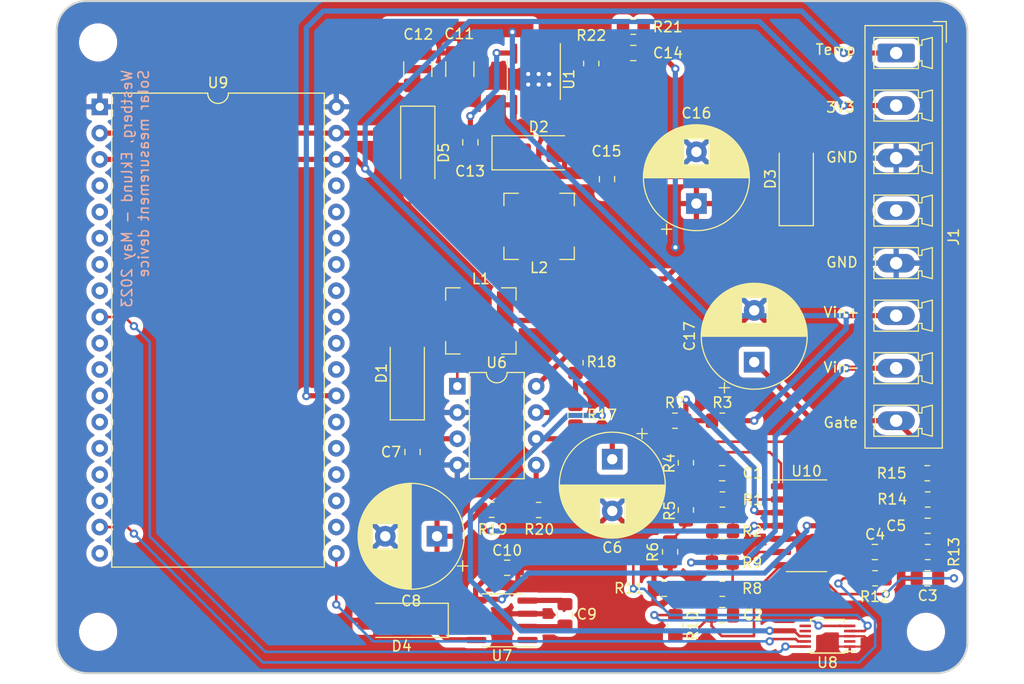
<source format=kicad_pcb>
(kicad_pcb (version 20221018) (generator pcbnew)
  (layers (0 "F.Cu" signal) (31 "B.Cu" signal) (34 "B.Paste" user) (35 "F.Paste" user) (36 "B.SilkS" user "B.Silkscreen") (37 "F.SilkS" user "F.Silkscreen") (38 "B.Mask" user) (39 "F.Mask" user) (44 "Edge.Cuts" user))
  (net 0 "")
  (net 1 "Net-(U10A--)")
  (net 2 "Net-(C1-Pad2)")
  (net 3 "Net-(U10B--)")
  (net 4 "Net-(C2-Pad2)")
  (net 5 "Net-(U10C-+)")
  (net 6 "Net-(C4-Pad1)")
  (net 7 "Net-(C5-Pad2)")
  (net 8 "3V3")
  (net 9 "Net-(U6-TC)")
  (net 10 "Net-(U7-CAP+)")
  (net 11 "Net-(U7-CAP-)")
  (net 12 "R-")
  (net 13 "Vin+")
  (net 14 "/100to5/Vout")
  (net 15 "Net-(D1-A)")
  (net 16 "/12to-12/Vin")
  (net 17 "/12to-12/Vout")
  (net 18 "Net-(U1-BST)")
  (net 19 "Net-(U1-FB)")
  (net 20 "R+")
  (net 21 "Net-(U1-DIM)")
  (net 22 "Net-(U6-Ipk)")
  (net 23 "Net-(U10A-+)")
  (net 24 "Vvpv'")
  (net 25 "Vipv")
  (net 26 "Net-(U9-PWM)")
  (net 27 "Net-(R14-Pad2)")
  (net 28 "gate")
  (net 29 "Net-(U6-DC)")
  (net 30 "Net-(U6-Vfb)")
  (net 35 "temp")
  (net 37 "Net-(U8-SDA)")
  (net 38 "Net-(U8-SCL)")
  (net 39 "Net-(U10C--)")
  (net 40 "Net-(U10D-+)")
  (net 41 "middle")
  (net 43 "Net-(D5-K)")
  (footprint "Connector_Phoenix_MC_HighVoltage:PhoenixContact_MCV_1,5_8-G-5.08_1x08_P5.08mm_Vertical" (layer "F.Cu") (at 198.12 65.024 -90)
    (fp_text reference "J1")
    (fp_text value "Conn_01x08_Pin")
  )
  (footprint "Resistor_SMD:R_0805_2012Metric_Pad1.20x1.40mm_HandSolder" (layer "F.Cu") (at 172.72 62.484 180)
    (fp_text reference "R21")
    (fp_text value "R" hide)
  )
  (footprint "Capacitor_SMD:C_1210_3225Metric_Pad1.33x2.70mm_HandSolder" (layer "F.Cu") (at 151.892 66.5865 90)
    (fp_text reference "C12")
    (fp_text value "C" hide)
  )
  (footprint "Capacitor_SMD:C_0805_2012Metric_Pad1.18x1.45mm_HandSolder" (layer "F.Cu") (at 181.3185 119.38 180)
    (fp_text reference "C2")
    (fp_text value "C" hide)
  )
  (footprint "Capacitor_SMD:C_0805_2012Metric_Pad1.18x1.45mm_HandSolder" (layer "F.Cu") (at 156.972 73.66 90)
    (fp_text reference "C13")
    (fp_text value "C" hide)
  )
  (footprint "Resistor_SMD:R_0805_2012Metric_Pad1.20x1.40mm_HandSolder" (layer "F.Cu") (at 201.125 105.664)
    (fp_text reference "R15")
    (fp_text value "R" hide)
  )
  (footprint "Inductor_SMD:L_Bourns-SRN6028" (layer "F.Cu") (at 157.988 90.932)
    (fp_text reference "L1")
    (fp_text value "L")
  )
  (footprint "Resistor_SMD:R_0805_2012Metric_Pad1.20x1.40mm_HandSolder" (layer "F.Cu") (at 201.168 113.284)
    (fp_text reference "R13")
    (fp_text value "R" hide)
  )
  (footprint "Capacitor_SMD:C_0805_2012Metric_Pad1.18x1.45mm_HandSolder" (layer "F.Cu") (at 172.72 65.024 180)
    (fp_text reference "C14")
    (fp_text value "C" hide)
  )
  (footprint "Capacitor_THT:CP_Radial_D10.0mm_P5.00mm" (layer "F.Cu") (at 184.404 94.916 90)
    (fp_text reference "C17")
    (fp_text value "C_Polarized_US")
  )
  (footprint "Resistor_SMD:R_0805_2012Metric_Pad1.20x1.40mm_HandSolder" (layer "F.Cu") (at 181.3505 111.252)
    (fp_text reference "R2")
    (fp_text value "R" hide)
  )
  (footprint "Resistor_SMD:R_0805_2012Metric_Pad1.20x1.40mm_HandSolder" (layer "F.Cu") (at 181.3185 100.584 180)
    (fp_text reference "R3")
    (fp_text value "R" hide)
  )
  (footprint "Resistor_SMD:R_0805_2012Metric_Pad1.20x1.40mm_HandSolder" (layer "F.Cu") (at 167.132 100.0545 -90)
    (fp_text reference "R17")
    (fp_text value "R" hide)
  )
  (footprint "Capacitor_THT:CP_Radial_D10.0mm_P5.00mm" (layer "F.Cu") (at 170.688 104.312323 -90)
    (fp_text reference "C6")
    (fp_text value "C_Polarized_US")
  )
  (footprint "Diode_SMD:D_SMA_Handsoldering" (layer "F.Cu") (at 151.892 74.676 -90)
    (fp_text reference "D5")
    (fp_text value "D_Schottky")
  )
  (footprint "Resistor_SMD:R_0805_2012Metric_Pad1.20x1.40mm_HandSolder" (layer "F.Cu") (at 163.576 109.22)
    (fp_text reference "R20")
    (fp_text value "R" hide)
  )
  (footprint "Resistor_SMD:R_0805_2012Metric_Pad1.20x1.40mm_HandSolder" (layer "F.Cu") (at 177.8 104.648 90)
    (fp_text reference "R4")
    (fp_text value "R" hide)
  )
  (footprint "Diode_SMD:D_SMA_Handsoldering" (layer "F.Cu") (at 150.328 119.888 180)
    (fp_text reference "D4")
    (fp_text value "D_Zener")
  )
  (footprint "Capacitor_SMD:C_1210_3225Metric_Pad1.33x2.70mm_HandSolder" (layer "F.Cu") (at 155.956 66.5865 -90)
    (fp_text reference "C11")
    (fp_text value "C" hide)
  )
  (footprint "Resistor_SMD:R_0805_2012Metric_Pad1.20x1.40mm_HandSolder" (layer "F.Cu") (at 196.088 115.824)
    (fp_text reference "R12")
    (fp_text value "R" hide)
  )
  (footprint "Capacitor_SMD:C_0805_2012Metric_Pad1.18x1.45mm_HandSolder" (layer "F.Cu") (at 151.384 103.6105 90)
    (fp_text reference "C7")
    (fp_text value "C" hide)
  )
  (footprint "Resistor_SMD:R_0805_2012Metric_Pad1.20x1.40mm_HandSolder" (layer "F.Cu") (at 176.276 113.268 90)
    (fp_text reference "R6")
    (fp_text value "R" hide)
  )
  (footprint "Diode_SMD:D_SMA_Handsoldering" (layer "F.Cu") (at 188.468 77.216 90)
    (fp_text reference "D3")
    (fp_text value "D_Zener")
  )
  (footprint "Resistor_SMD:R_0805_2012Metric_Pad1.20x1.40mm_HandSolder" (layer "F.Cu") (at 177.8 109.22 90)
    (fp_text reference "R5")
    (fp_text value "R" hide)
  )
  (footprint "Capacitor_SMD:C_0805_2012Metric_Pad1.18x1.45mm_HandSolder" (layer "F.Cu") (at 201.168 110.744)
    (fp_text reference "C5")
    (fp_text value "C" hide)
  )
  (footprint "Resistor_SMD:R_0805_2012Metric_Pad1.20x1.40mm_HandSolder" (layer "F.Cu") (at 176.784 120.396 -90)
    (fp_text reference "R10")
    (fp_text value "R" hide)
  )
  (footprint "Capacitor_SMD:C_0805_2012Metric_Pad1.18x1.45mm_HandSolder" (layer "F.Cu") (at 166.116 119.3585 90)
    (fp_text reference "C9")
    (fp_text value "C" hide)
  )
  (footprint "MountingHole:MountingHole_3.2mm_M3" (layer "F.Cu") (at 201 121)
    (fp_text reference "REF**" hide)
    (fp_text value "MountingHole_3.2mm_M3")
  )
  (footprint "Diode_SMD:D_SMA_Handsoldering" (layer "F.Cu") (at 150.876 95.9905 90)
    (fp_text reference "D1")
    (fp_text value "D_Schottky")
  )
  (footprint "Package_SO:TSSOP-10_3x3mm_P0.5mm" (layer "F.Cu") (at 191.484 121.428 180)
    (fp_text reference "U8")
    (fp_text value "ADS1015IDGS")
  )
  (footprint "MountingHole:MountingHole_3.2mm_M3" (layer "F.Cu") (at 121 64)
    (fp_text reference "REF**" hide)
    (fp_text value "MountingHole_3.2mm_M3")
  )
  (footprint "Capacitor_THT:CP_Radial_D10.0mm_P5.00mm" (layer "F.Cu") (at 153.751677 111.76 180)
    (fp_text reference "C8")
    (fp_text value "C_Polarized_US")
  )
  (footprint "Capacitor_SMD:C_0805_2012Metric_Pad1.18x1.45mm_HandSolder" (layer "F.Cu") (at 170.18 77.216 -90)
    (fp_text reference "C15")
    (fp_text value "C" hide)
  )
  (footprint "Resistor_SMD:R_0805_2012Metric_Pad1.20x1.40mm_HandSolder" (layer "F.Cu") (at 175.7145 116.84)
    (fp_text reference "R11")
    (fp_text value "R" hide)
  )
  (footprint "Package_SO:SOIC-8_3.9x4.9mm_P1.27mm" (layer "F.Cu") (at 160.02 119.888 180)
    (fp_text reference "U7")
    (fp_text value "ICL7660")
  )
  (footprint "Capacitor_SMD:C_0805_2012Metric_Pad1.18x1.45mm_HandSolder" (layer "F.Cu") (at 196.0665 113.284 180)
    (fp_text reference "C4")
    (fp_text value "C" hide)
  )
  (footprint "Resistor_SMD:R_0805_2012Metric_Pad1.20x1.40mm_HandSolder" (layer "F.Cu") (at 176.7465 100.584 180)
    (fp_text reference "R7")
    (fp_text value "R" hide)
  )
  (footprint "projektlib:ttgo" (layer "F.Cu") (at 121.158 70.231)
    (fp_text reference "U9")
    (fp_text value "~")
  )
  (footprint "Resistor_SMD:R_0805_2012Metric_Pad1.20x1.40mm_HandSolder" (layer "F.Cu") (at 181.3185 114.3)
    (fp_text reference "R9")
    (fp_text value "R" hide)
  )
  (footprint "Resistor_SMD:R_0805_2012Metric_Pad1.20x1.40mm_HandSolder" (layer "F.Cu") (at 181.3345 108.204 180)
    (fp_text reference "R1")
    (fp_text value "R" hide)
  )
  (footprint "Resistor_SMD:R_0805_2012Metric_Pad1.20x1.40mm_HandSolder" (layer "F.Cu") (at 201.168 108.204 180)
    (fp_text reference "R14")
    (fp_text value "R" hide)
  )
  (footprint "Resistor_SMD:R_0805_2012Metric_Pad1.20x1.40mm_HandSolder" (layer "F.Cu") (at 181.3185 116.84)
    (fp_text reference "R8")
    (fp_text value "R" hide)
  )
  (footprint "Resistor_SMD:R_0805_2012Metric_Pad1.20x1.40mm_HandSolder" (layer "F.Cu") (at 167.132 94.9745 -90)
    (fp_text reference "R18")
    (fp_text value "R" hide)
  )
  (footprint "Package_SO:SOIC-14_3.9x8.7mm_P1.27mm" (layer "F.Cu") (at 189.4625 110.744)
    (fp_text reference "U10")
    (fp_text value "LM324")
  )
  (footprint "Capacitor_SMD:C_0805_2012Metric_Pad1.18x1.45mm_HandSolder" (layer "F.Cu") (at 160.528 114.808)
    (fp_text reference "C10")
    (fp_text value "C" hide)
  )
  (footprint "Capacitor_SMD:C_0805_2012Metric_Pad1.18x1.45mm_HandSolder" (layer "F.Cu") (at 201.1465 115.824 180)
    (fp_text reference "C3")
    (fp_text value "C" hide)
  )
  (footprint "Capacitor_THT:CP_Radial_D10.0mm_P5.00mm" (layer "F.Cu") (at 178.816 79.583677 90)
    (fp_text reference "C16")
    (fp_text value "C_Polarized_US")
  )
  (footprint "Package_DIP:DIP-8_W7.62mm" (layer "F.Cu") (at 155.712 97.249)
    (fp_text reference "U6")
    (fp_text value "MC34063AP")
  )
  (footprint "Package_SO:SOIC-8_3.9x4.9mm_P1.27mm" (layer "F.Cu") (at 163.108 67.564 -90)
    (fp_text reference "U1")
    (fp_text value "MP9486")
  )
  (footprint "Resistor_SMD:R_0805_2012Metric_Pad1.20x1.40mm_HandSolder" (layer "F.Cu") (at 159.036 109.1985 180)
    (fp_text reference "R19")
    (fp_text value "R" hide)
  )
  (footprint "MountingHole:MountingHole_3.2mm_M3" (layer "F.Cu") (at 121 121)
    (fp_text reference "REF**" hide)
    (fp_text value "MountingHole_3.2mm_M3")
  )
  (footprint "Capacitor_SMD:C_0805_2012Metric_Pad1.18x1.45mm_HandSolder" (layer "F.Cu") (at 181.313 105.664 180)
    (fp_text reference "C1")
    (fp_text value "C" hide)
  )
  (footprint "Inductor_SMD:L_Bourns-SRN6028" (layer "F.Cu") (at 163.616 81.788)
    (fp_text reference "L2")
    (fp_text value "L")
  )
  (footprint "Resistor_SMD:R_0805_2012Metric_Pad1.20x1.40mm_HandSolder" (layer "F.Cu") (at 168.656 66.04 -90)
    (fp_text reference "R22")
    (fp_text value "R" hide)
  )
  (footprint "Diode_SMD:D_SMA_Handsoldering" (layer "F.Cu") (at 163.576 74.676)
    (fp_text reference "D2")
    (fp_text value "D_Schottky")
  )
  (gr_line (start 120 60) (end 202 60) (stroke (width 0.2)) (layer "Edge.Cuts"))
  (gr_arc (start 120 125) (mid 117.878679 124.121321) (end 117 122) (stroke (width 0.2)) (layer "Edge.Cuts"))
  (gr_line (start 202 125) (end 120 125) (stroke (width 0.2)) (layer "Edge.Cuts"))
  (gr_arc (start 117 63) (mid 117.839539 60.839539) (end 120 60) (stroke (width 0.2)) (layer "Edge.Cuts"))
  (gr_line (start 205 63) (end 205 122) (stroke (width 0.2)) (layer "Edge.Cuts"))
  (gr_arc (start 202 60) (mid 204.121321 60.878679) (end 205 63) (stroke (width 0.2)) (layer "Edge.Cuts"))
  (gr_line (start 117 122) (end 117 63) (stroke (width 0.2)) (layer "Edge.Cuts"))
  (gr_arc (start 205 122) (mid 204.121321 124.121321) (end 202 125) (stroke (width 0.2)) (layer "Edge.Cuts"))
  (gr_text "Westberg, Eklund - May 2023\nSolar measurement device" (at 125.984 66.548 90) (layer "B.SilkS") (effects (font (size 1 1)) (justify left bottom mirror)))
  (gr_text "GND" (at 191.262 85.852) (layer "F.SilkS") (effects (font (size 1 1)) (justify left bottom)))
  (gr_text "Vin-" (at 191.008 96.012) (layer "F.SilkS") (effects (font (size 1 1)) (justify left bottom)))
  (gr_text "Temp" (at 190.246 65.278) (layer "F.SilkS") (effects (font (size 1 1)) (justify left bottom)))
  (gr_text "Vin+" (at 191.008 90.678) (layer "F.SilkS") (effects (font (size 1 1)) (justify left bottom)))
  (gr_text "3V3" (at 191.262 70.866) (layer "F.SilkS") (effects (font (size 1 1)) (justify left bottom)))
  (gr_text "GND" (at 191.262 75.692) (layer "F.SilkS") (effects (font (size 1 1)) (justify left bottom)))
  (gr_text "Gate" (at 191.008 101.346) (layer "F.SilkS") (effects (font (size 1 1)) (justify left bottom)))
  (segment (start 186.9875 108.204) (end 182.3345 108.204) (width 0.25) (layer "F.Cu") (net 1))
  (segment (start 182.3505 108.22) (end 182.3345 108.204) (width 0.25) (layer "F.Cu") (net 1))
  (segment (start 182.3345 111.236) (end 182.3505 111.252) (width 0.25) (layer "F.Cu") (net 1))
  (segment (start 182.3505 108.188) (end 182.3345 108.204) (width 0.25) (layer "F.Cu") (net 1))
  (segment (start 182.3345 108.204) (end 182.3345 111.236) (width 0.25) (layer "F.Cu") (net 1))
  (segment (start 182.3505 105.664) (end 182.3505 108.188) (width 0.25) (layer "F.Cu") (net 1))
  (segment (start 180.2755 105.664) (end 177.816 105.664) (width 0.25) (layer "F.Cu") (net 2))
  (segment (start 177.816 105.664) (end 177.8 105.648) (width 0.25) (layer "F.Cu") (net 2))
  (segment (start 180.8265 103.632) (end 180.2755 104.183) (width 0.25) (layer "F.Cu") (net 2))
  (segment (start 186.9875 104.713) (end 185.9065 103.632) (width 0.25) (layer "F.Cu") (net 2))
  (segment (start 180.2755 104.183) (end 180.2755 105.664) (width 0.25) (layer "F.Cu") (net 2))
  (segment (start 186.9875 106.934) (end 186.9875 104.713) (width 0.25) (layer "F.Cu") (net 2))
  (segment (start 185.9065 103.632) (end 180.8265 103.632) (width 0.25) (layer "F.Cu") (net 2))
  (segment (start 182.3185 114.3) (end 183.8745 114.3) (width 0.25) (layer "F.Cu") (net 3))
  (segment (start 182.3185 114.3) (end 182.3185 119.3425) (width 0.25) (layer "F.Cu") (net 3))
  (segment (start 182.3185 119.3425) (end 182.356 119.38) (width 0.25) (layer "F.Cu") (net 3))
  (segment (start 183.8745 114.3) (end 184.8905 113.284) (width 0.25) (layer "F.Cu") (net 3))
  (segment (start 184.8905 113.284) (end 186.9875 113.284) (width 0.25) (layer "F.Cu") (net 3))
  (segment (start 180.281 119.38) (end 178.265 121.396) (width 0.25) (layer "F.Cu") (net 4))
  (segment (start 181.2595 121.412) (end 180.281 120.4335) (width 0.25) (layer "F.Cu") (net 4))
  (segment (start 186.9875 114.554) (end 184.3825 117.159) (width 0.25) (layer "F.Cu") (net 4))
  (segment (start 180.281 119.38) (end 180.281 120.4335) (width 0.25) (layer "F.Cu") (net 4))
  (segment (start 184.3825 117.159) (end 184.3825 121.412) (width 0.25) (layer "F.Cu") (net 4))
  (segment (start 184.3825 121.412) (end 181.2595 121.412) (width 0.25) (layer "F.Cu") (net 4))
  (segment (start 178.265 121.396) (end 176.784 121.396) (width 0.25) (layer "F.Cu") (net 4))
  (segment (start 203.708 115.824) (end 202.184 115.824) (width 0.25) (layer "F.Cu") (net 5))
  (segment (start 190.001305 114.82661) (end 190.001305 112.766695) (width 0.25) (layer "F.Cu") (net 5))
  (segment (start 202.168 115.808) (end 202.168 113.284) (width 0.25) (layer "F.Cu") (net 5))
  (segment (start 192.526994 117.352299) (end 190.001305 114.82661) (width 0.25) (layer "F.Cu") (net 5))
  (segment (start 190.001305 112.766695) (end 190.754 112.014) (width 0.25) (layer "F.Cu") (net 5))
  (segment (start 197.099701 117.352299) (end 192.526994 117.352299) (width 0.25) (layer "F.Cu") (net 5))
  (segment (start 190.754 112.014) (end 191.9375 112.014) (width 0.25) (layer "F.Cu") (net 5))
  (segment (start 202.184 115.824) (end 202.168 115.808) (width 0.25) (layer "F.Cu") (net 5))
  (segment (start 197.104 117.348) (end 197.099701 117.352299) (width 0.25) (layer "F.Cu") (net 5))
  (via (at 203.708 115.824) (size 0.8) (drill 0.4) (layers "F.Cu" "B.Cu") (net 5))
  (via (at 197.104 117.348) (size 0.8) (drill 0.4) (layers "F.Cu" "B.Cu") (net 5))
  (segment (start 198.628 115.824) (end 203.708 115.824) (width 0.25) (layer "B.Cu") (net 5))
  (segment (start 197.104 117.348) (end 198.628 115.824) (width 0.25) (layer "B.Cu") (net 5))
  (segment (start 197.104 113.284) (end 200.168 113.284) (width 0.25) (layer "F.Cu") (net 6))
  (segment (start 197.088 115.824) (end 197.088 113.3) (width 0.25) (layer "F.Cu") (net 6))
  (segment (start 197.088 113.3) (end 197.104 113.284) (width 0.25) (layer "F.Cu") (net 6))
  (segment (start 202.168 108.204) (end 202.168 110.7065) (width 0.25) (layer "F.Cu") (net 7))
  (segment (start 202.168 110.7065) (end 202.2055 110.744) (width 0.25) (layer "F.Cu") (net 7))
  (segment (start 188.779396 121.428) (end 189.468 121.428) (width 0.25) (layer "F.Cu") (net 8))
  (segment (start 167.132 101.0545) (end 165.8575 102.329) (width 0.5) (layer "F.Cu") (net 8))
  (segment (start 169.672 100.076) (end 169.672 100.584) (width 0.5) (layer "F.Cu") (net 8))
  (segment (start 169.672 100.584) (end 169.2015 101.0545) (width 0.5) (layer "F.Cu") (net 8))
  (segment (start 121.158 75.311) (end 144.018 75.311) (width 0.5) (layer "F.Cu") (net 8))
  (segment (start 188.255396 120.904) (end 188.779396 121.428) (width 0.25) (layer "F.Cu") (net 8))
  (segment (start 169.2015 101.0545) (end 167.132 101.0545) (width 0.5) (layer "F.Cu") (net 8))
  (segment (start 170.688 101.6) (end 170.688 104.312323) (width 0.5) (layer "F.Cu") (net 8))
  (segment (start 145.923 75.311) (end 144.013 75.311) (width 0.5) (layer "F.Cu") (net 8))
  (segment (start 146.812 76.2) (end 145.923 75.311) (width 0.5) (layer "F.Cu") (net 8))
  (segment (start 169.672 100.584) (end 170.688 101.6) (width 0.5) (layer "F.Cu") (net 8))
  (segment (start 185.896 120.904) (end 188.255396 120.904) (width 0.5) (layer "F.Cu") (net 8))
  (segment (start 198.12 70.104) (end 193.04 70.104) (width 0.5) (layer "F.Cu") (net 8))
  (segment (start 165.8575 102.329) (end 163.332 102.329) (width 0.5) (layer "F.Cu") (net 8))
  (via (at 146.812 76.2) (size 0.8) (drill 0.4) (layers "F.Cu" "B.Cu") (net 8))
  (via (at 193.04 70.104) (size 0.8) (drill 0.4) (layers "F.Cu" "B.Cu") (net 8))
  (via (at 185.896 120.904) (size 0.8) (drill 0.4) (layers "F.Cu" "B.Cu") (net 8))
  (via (at 169.672 100.076) (size 0.8) (drill 0.4) (layers "F.Cu" "B.Cu") (net 8))
  (segment (start 156.972 116.010082) (end 156.972 109.461233) (width 0.5) (layer "B.Cu") (net 8))
  (segment (start 166.357233 100.076) (end 169.672 100.076) (width 0.5) (layer "B.Cu") (net 8))
  (segment (start 193.04 70.104) (end 184.912 61.976) (width 0.5) (layer "B.Cu") (net 8))
  (segment (start 146.812 72.009) (end 146.812 76.2) (width 0.5) (layer "B.Cu") (net 8))
  (segment (start 161.865918 120.904) (end 156.972 116.010082) (width 0.5) (layer "B.Cu") (net 8))
  (segment (start 156.845 61.976) (end 146.812 72.009) (width 0.5) (layer "B.Cu") (net 8))
  (segment (start 185.896 120.904) (end 161.865918 120.904) (width 0.5) (layer "B.Cu") (net 8))
  (segment (start 184.912 61.976) (end 156.845 61.976) (width 0.5) (layer "B.Cu") (net 8))
  (segment (start 156.972 109.461233) (end 166.357233 100.076) (width 0.5) (layer "B.Cu") (net 8))
  (segment (start 169.672 99.06) (end 169.672 100.076) (width 0.5) (layer "B.Cu") (net 8))
  (segment (start 146.812 76.2) (end 169.672 99.06) (width 0.5) (layer "B.Cu") (net 8))
  (segment (start 151.628 102.329) (end 151.384 102.573) (width 0.25) (layer "F.Cu") (net 9))
  (segment (start 155.712 102.329) (end 151.628 102.329) (width 0.5) (layer "F.Cu") (net 9))
  (segment (start 162.43 120.5015) (end 166.0105 120.5015) (width 0.5) (layer "F.Cu") (net 10))
  (segment (start 166.0105 118.9775) (end 166.116 118.872) (width 0.25) (layer "F.Cu") (net 11))
  (segment (start 162.43 117.9615) (end 165.7565 117.9615) (width 0.5) (layer "F.Cu") (net 11))
  (segment (start 165.7565 117.9615) (end 166.116 118.321) (width 0.5) (layer "F.Cu") (net 11))
  (segment (start 180.3185 110.776) (end 180.3505 110.744) (width 0.2) (layer "F.Cu") (net 12))
  (segment (start 180.3185 114.3) (end 180.3185 111.284) (width 0.2) (layer "F.Cu") (net 12))
  (segment (start 178.308 114.3) (end 180.3185 114.3) (width 0.5) (layer "F.Cu") (net 12))
  (segment (start 193.294 95.504) (end 198.12 95.504) (width 0.5) (layer "F.Cu") (net 12))
  (via (at 193.294 95.504) (size 0.8) (drill 0.4) (layers "F.Cu" "B.Cu") (net 12))
  (via (at 178.308 114.3) (size 0.8) (drill 0.4) (layers "F.Cu" "B.Cu") (net 12))
  (segment (start 183.388 114.3) (end 178.308 114.3) (width 0.5) (layer "B.Cu") (net 12))
  (segment (start 186.436 102.108) (end 186.436 111.252) (width 0.5) (layer "B.Cu") (net 12))
  (segment (start 193.294 95.504) (end 193.04 95.504) (width 0.5) (layer "B.Cu") (net 12))
  (segment (start 186.436 111.252) (end 183.388 114.3) (width 0.5) (layer "B.Cu") (net 12))
  (segment (start 193.04 95.504) (end 186.436 102.108) (width 0.5) (layer "B.Cu") (net 12))
  (segment (start 193.294 90.424) (end 198.12 90.424) (width 0.5) (layer "F.Cu") (net 13))
  (segment (start 182.3185 100.584) (end 184.404 100.584) (width 0.5) (layer "F.Cu") (net 13))
  (via (at 184.404 100.584) (size 0.8) (drill 0.4) (layers "F.Cu" "B.Cu") (net 13))
  (via (at 161.036 62.992) (size 0.8) (drill 0.4) (layers "F.Cu" "B.Cu") (net 13))
  (via (at 193.294 90.424) (size 0.8) (drill 0.4) (layers "F.Cu" "B.Cu") (net 13))
  (segment (start 193.294 90.424) (end 179.959 90.424) (width 0.5) (layer "B.Cu") (net 13))
  (segment (start 193.294 90.424) (end 193.294 91.694) (width 0.5) (layer "B.Cu") (net 13))
  (segment (start 193.294 91.694) (end 184.404 100.584) (width 0.5) (layer "B.Cu") (net 13))
  (segment (start 161.036 71.501) (end 161.036 62.992) (width 0.5) (layer "B.Cu") (net 13))
  (segment (start 179.959 90.424) (end 161.036 71.501) (width 0.5) (layer "B.Cu") (net 13))
  (segment (start 151.892 77.176) (end 151.892 79.248) (width 0.5) (layer "F.Cu") (net 14))
  (segment (start 175.768 86.868) (end 178.816 83.82) (width 0.5) (layer "F.Cu") (net 14))
  (segment (start 173.7575 65.024) (end 175.26 65.024) (width 0.5) (layer "F.Cu") (net 14))
  (segment (start 159.512 86.868) (end 175.768 86.868) (width 0.5) (layer "F.Cu") (net 14))
  (segment (start 175.26 65.024) (end 176.784 66.548) (width 0.5) (layer "F.Cu") (net 14))
  (segment (start 173.72 62.484) (end 173.72 64.9865) (width 0.5) (layer "F.Cu") (net 14))
  (segment (start 151.892 79.248) (end 159.512 86.868) (width 0.5) (layer "F.Cu") (net 14))
  (segment (start 178.816 83.82) (end 178.816 83.312) (width 0.5) (layer "F.Cu") (net 14))
  (via (at 176.788299 83.82) (size 0.8) (drill 0.4) (layers "F.Cu" "B.Cu") (net 14))
  (via (at 176.784 66.548) (size 0.8) (drill 0.4) (layers "F.Cu" "B.Cu") (net 14))
  (segment (start 176.784 83.815701) (end 176.788299 83.82) (width 0.25) (layer "B.Cu") (net 14))
  (segment (start 176.784 66.548) (end 176.784 83.815701) (width 0.5) (layer "B.Cu") (net 14))
  (segment (start 153.4345 90.932) (end 155.638 90.932) (width 0.5) (layer "F.Cu") (net 15))
  (segment (start 150.876 93.4905) (end 153.4345 90.932) (width 0.5) (layer "F.Cu") (net 15))
  (segment (start 155.712 91.006) (end 155.638 90.932) (width 0.25) (layer "F.Cu") (net 15))
  (segment (start 155.712 97.249) (end 155.712 91.006) (width 0.25) (layer "F.Cu") (net 15))
  (segment (start 153.751677 118.964323) (end 152.828 119.888) (width 0.5) (layer "F.Cu") (net 16))
  (segment (start 155.4745 111.76) (end 153.751677 111.76) (width 0.5) (layer "F.Cu") (net 16))
  (segment (start 157.988 109.2465) (end 158.036 109.1985) (width 0.25) (layer "F.Cu") (net 16))
  (segment (start 152.828 119.888) (end 152.4 119.46) (width 0.25) (layer "F.Cu") (net 16))
  (segment (start 186.9875 110.744) (end 187.9385 110.744) (width 0.25) (layer "F.Cu") (net 16))
  (segment (start 153.751677 111.76) (end 153.751677 118.964323) (width 0.5) (layer "F.Cu") (net 16))
  (segment (start 186.9875 110.744) (end 184.404 110.744) (width 0.5) (layer "F.Cu") (net 16))
  (segment (start 154.7115 121.7715) (end 152.828 119.888) (width 0.5) (layer "F.Cu") (net 16))
  (segment (start 149.86 106.172) (end 153.416 106.172) (width 0.5) (layer "F.Cu") (net 16))
  (segment (start 157.48 121.7715) (end 154.7115 121.7715) (width 0.5) (layer "F.Cu") (net 16))
  (segment (start 150.876 98.4905) (end 148.844 100.5225) (width 0.5) (layer "F.Cu") (net 16))
  (segment (start 148.844 105.156) (end 149.86 106.172) (width 0.5) (layer "F.Cu") (net 16))
  (segment (start 158.496 111.252) (end 157.988 110.744) (width 0.5) (layer "F.Cu") (net 16))
  (segment (start 153.751677 106.507677) (end 153.751677 111.76) (width 0.5) (layer "F.Cu") (net 16))
  (segment (start 158.036 109.1985) (end 155.4745 111.76) (width 0.5) (layer "F.Cu") (net 16))
  (segment (start 153.416 106.172) (end 153.751677 106.507677) (width 0.5) (layer "F.Cu") (net 16))
  (segment (start 159.004 111.252) (end 158.496 111.252) (width 0.5) (layer "F.Cu") (net 16))
  (segment (start 157.988 110.744) (end 157.988 109.2465) (width 0.5) (layer "F.Cu") (net 16))
  (segment (start 148.844 100.5225) (end 148.844 105.156) (width 0.5) (layer "F.Cu") (net 16))
  (via (at 184.404 110.744) (size 0.8) (drill 0.4) (layers "F.Cu" "B.Cu") (net 16))
  (via (at 159.004 111.252) (size 0.8) (drill 0.4) (layers "F.Cu" "B.Cu") (net 16))
  (segment (start 183.896 111.252) (end 184.404 110.744) (width 0.5) (layer "B.Cu") (net 16))
  (segment (start 159.004 111.252) (end 183.896 111.252) (width 0.5) (layer "B.Cu") (net 16))
  (segment (start 191.9375 110.744) (end 189.484 110.744) (width 0.5) (layer "F.Cu") (net 17))
  (segment (start 157.48 116.8185) (end 159.4905 114.808) (width 0.5) (layer "F.Cu") (net 17))
  (segment (start 157.672 117.856) (end 157.545 117.983) (width 0.5) (layer "F.Cu") (net 17))
  (segment (start 160.02 117.856) (end 157.672 117.856) (width 0.5) (layer "F.Cu") (net 17))
  (segment (start 191.9375 110.744) (end 190.9865 110.744) (width 0.25) (layer "F.Cu") (net 17))
  (segment (start 157.48 117.9615) (end 157.48 116.8185) (width 0.5) (layer "F.Cu") (net 17))
  (via (at 160.02 117.856) (size 0.8) (drill 0.4) (layers "F.Cu" "B.Cu") (net 17))
  (via (at 189.484 110.744) (size 0.8) (drill 0.4) (layers "F.Cu" "B.Cu") (net 17))
  (segment (start 189.484 111.252) (end 185.42 115.316) (width 0.5) (layer "B.Cu") (net 17))
  (segment (start 189.484 110.744) (end 189.484 111.252) (width 0.5) (layer "B.Cu") (net 17))
  (segment (start 185.42 115.316) (end 162.56 115.316) (width 0.5) (layer "B.Cu") (net 17))
  (segment (start 162.56 115.316) (end 160.02 117.856) (width 0.5) (layer "B.Cu") (net 17))
  (segment (start 159.512 65.024) (end 161.138 65.024) (width 0.5) (layer "F.Cu") (net 18))
  (segment (start 156.972 72.6225) (end 156.972 71.12) (width 0.5) (layer "F.Cu") (net 18))
  (via (at 156.972 71.12) (size 0.8) (drill 0.4) (layers "F.Cu" "B.Cu") (net 18))
  (via (at 159.512 65.024) (size 0.8) (drill 0.4) (layers "F.Cu" "B.Cu") (net 18))
  (segment (start 159.512 68.58) (end 159.512 65.024) (width 0.5) (layer "B.Cu") (net 18))
  (segment (start 156.972 71.12) (end 159.512 68.58) (width 0.5) (layer "B.Cu") (net 18))
  (segment (start 165.013 65.089) (end 168.607 65.089) (width 0.5) (layer "F.Cu") (net 19))
  (segment (start 168.656 65.04) (end 171.6665 65.04) (width 0.5) (layer "F.Cu") (net 19))
  (segment (start 171.72 62.484) (end 171.72 64.9865) (width 0.5) (layer "F.Cu") (net 19))
  (segment (start 193.65 121.428) (end 192.516 121.428) (width 0.2) (layer "F.Cu") (net 20))
  (segment (start 193.65 122.428) (end 195.04 122.428) (width 0.2) (layer "F.Cu") (net 20))
  (segment (start 193.65 122.428) (end 192.532 122.428) (width 0.2) (layer "F.Cu") (net 20))
  (segment (start 192.516 121.428) (end 192.008 121.428) (width 0.2) (layer "F.Cu") (net 20))
  (segment (start 192.532 122.428) (end 192.024 122.428) (width 0.2) (layer "F.Cu") (net 20))
  (segment (start 195.056 121.428) (end 195.564 121.936) (width 0.2) (layer "F.Cu") (net 20))
  (segment (start 193.65 122.428) (end 193.65 123.342) (width 0.2) (layer "F.Cu") (net 20))
  (segment (start 193.65 121.428) (end 195.056 121.428) (width 0.2) (layer "F.Cu") (net 20))
  (via (at 162.56 67.056) (size 0.8) (drill 0.4) (layers "F.Cu" "B.Cu") (net 20))
  (via (at 163.576 68.072) (size 0.8) (drill 0.4) (layers "F.Cu" "B.Cu") (net 20))
  (via (at 162.56 68.072) (size 0.8) (drill 0.4) (layers "F.Cu" "B.Cu") (net 20))
  (via (at 164.592 68.072) (size 0.8) (drill 0.4) (layers "F.Cu" "B.Cu") (net 20))
  (via (at 163.576 67.056) (size 0.8) (drill 0.4) (layers "F.Cu" "B.Cu") (net 20))
  (via (at 164.592 67.056) (size 0.8) (drill 0.4) (layers "F.Cu" "B.Cu") (net 20))
  (segment (start 163.743 70.039) (end 162.473 70.039) (width 0.5) (layer "F.Cu") (net 21))
  (segment (start 165.6135 99.0545) (end 164.879 99.789) (width 0.5) (layer "F.Cu") (net 22))
  (segment (start 164.879 99.789) (end 163.332 99.789) (width 0.5) (layer "F.Cu") (net 22))
  (segment (start 160.338 90.932) (end 160.381 90.889) (width 0.25) (layer "F.Cu") (net 22))
  (segment (start 160.381 90.889) (end 168.6345 90.889) (width 0.5) (layer "F.Cu") (net 22))
  (segment (start 169.672 94.9745) (end 168.672 95.9745) (width 0.5) (layer "F.Cu") (net 22))
  (segment (start 167.132 99.0545) (end 165.6135 99.0545) (width 0.5) (layer "F.Cu") (net 22))
  (segment (start 167.132 95.9745) (end 167.132 99.0545) (width 0.5) (layer "F.Cu") (net 22))
  (segment (start 168.6345 90.889) (end 169.672 91.9265) (width 0.5) (layer "F.Cu") (net 22))
  (segment (start 169.672 91.9265) (end 169.672 94.9745) (width 0.5) (layer "F.Cu") (net 22))
  (segment (start 168.672 95.9745) (end 167.132 95.9745) (width 0.5) (layer "F.Cu") (net 22))
  (segment (start 184.658 109.474) (end 184.404 109.22) (width 0.5) (layer "F.Cu") (net 23))
  (segment (start 186.9875 109.474) (end 184.658 109.474) (width 0.5) (layer "F.Cu") (net 23))
  (segment (start 177.8 100.5305) (end 177.7465 100.584) (width 0.25) (layer "F.Cu") (net 23))
  (segment (start 177.8 98.552) (end 177.8 100.5305) (width 0.5) (layer "F.Cu") (net 23))
  (segment (start 180.3185 100.584) (end 177.7465 100.584) (width 0.5) (layer "F.Cu") (net 23))
  (via (at 184.404 109.22) (size 0.8) (drill 0.4) (layers "F.Cu" "B.Cu") (net 23))
  (via (at 177.8 98.552) (size 0.8) (drill 0.4) (layers "F.Cu" "B.Cu") (net 23))
  (segment (start 184.404 105.156) (end 177.8 98.552) (width 0.5) (layer "B.Cu") (net 23))
  (segment (start 184.404 109.22) (end 184.404 105.156) (width 0.5) (layer "B.Cu") (net 23))
  (segment (start 193.634 120.928) (end 195.048 120.928) (width 0.25) (layer "F.Cu") (net 24))
  (segment (start 176.276 112.268) (end 177.8 110.744) (width 0.25) (layer "F.Cu") (net 24))
  (segment (start 174.752 112.268) (end 176.276 112.268) (width 0.25) (layer "F.Cu") (net 24))
  (segment (start 195.3635 120.400299) (end 195.3635 120.6125) (width 0.25) (layer "F.Cu") (net 24))
  (segment (start 195.3635 120.6125) (end 195.048 120.928) (width 0.25) (layer "F.Cu") (net 24))
  (segment (start 172.72 116.84) (end 172.72 114.3) (width 0.25) (layer "F.Cu") (net 24))
  (segment (start 172.72 114.3) (end 174.752 112.268) (width 0.25) (layer "F.Cu") (net 24))
  (segment (start 177.8 110.744) (end 177.8 110.22) (width 0.25) (layer "F.Cu") (net 24))
  (via (at 195.3635 120.400299) (size 0.8) (drill 0.4) (layers "F.Cu" "B.Cu") (net 24))
  (via (at 172.72 116.84) (size 0.8) (drill 0.4) (layers "F.Cu" "B.Cu") (net 24))
  (segment (start 173.738327 116.84) (end 172.72 116.84) (width 0.25) (layer "B.Cu") (net 24))
  (segment (start 195.3635 120.400299) (end 194.343201 119.38) (width 0.25) (layer "B.Cu") (net 24))
  (segment (start 176.278327 119.38) (end 173.738327 116.84) (width 0.25) (layer "B.Cu") (net 24))
  (segment (start 194.343201 119.38) (end 176.278327 119.38) (width 0.25) (layer "B.Cu") (net 24))
  (segment (start 176.7145 116.84) (end 176.7145 119.364) (width 0.25) (layer "F.Cu") (net 25))
  (segment (start 176.784 116.7705) (end 176.7145 116.84) (width 0.25) (layer "F.Cu") (net 25))
  (segment (start 176.7145 119.364) (end 176.7305 119.38) (width 0.25) (layer "F.Cu") (net 25))
  (segment (start 190.649502 120.428) (end 193.768 120.428) (width 0.25) (layer "F.Cu") (net 25))
  (segment (start 176.768 119.38) (end 176.784 119.396) (width 0.25) (layer "F.Cu") (net 25))
  (segment (start 192.681502 120.396) (end 192.713502 120.428) (width 0.25) (layer "F.Cu") (net 25))
  (segment (start 180.3185 116.84) (end 176.7145 116.84) (width 0.25) (layer "F.Cu") (net 25))
  (segment (start 177.1805 119.38) (end 177.1805 119.396) (width 0.25) (layer "F.Cu") (net 25))
  (segment (start 174.752 119.38) (end 176.768 119.38) (width 0.25) (layer "F.Cu") (net 25))
  (via (at 190.617502 120.396) (size 0.8) (drill 0.4) (layers "F.Cu" "B.Cu") (net 25))
  (via (at 174.752 119.38) (size 0.8) (drill 0.4) (layers "F.Cu" "B.Cu") (net 25))
  (segment (start 190.109502 119.888) (end 190.617502 120.396) (width 0.25) (layer "B.Cu") (net 25))
  (segment (start 175.26 119.888) (end 190.109502 119.888) (width 0.25) (layer "B.Cu") (net 25))
  (segment (start 174.752 119.38) (end 175.26 119.888) (width 0.25) (layer "B.Cu") (net 25))
  (segment (start 123.825 110.871) (end 121.158 110.871) (width 0.25) (layer "F.Cu") (net 26))
  (segment (start 124.46 111.506) (end 123.825 110.871) (width 0.25) (layer "F.Cu") (net 26))
  (segment (start 193.04 115.824) (end 195.088 115.824) (width 0.25) (layer "F.Cu") (net 26))
  (segment (start 192.532 116.332) (end 193.04 115.824) (width 0.25) (layer "F.Cu") (net 26))
  (via (at 124.46 111.506) (size 0.8) (drill 0.4) (layers "F.Cu" "B.Cu") (net 26))
  (via (at 192.532 116.332) (size 0.8) (drill 0.4) (layers "F.Cu" "B.Cu") (net 26))
  (segment (start 124.46 111.506) (end 136.906 123.952) (width 0.25) (layer "B.Cu") (net 26))
  (segment (start 136.906 123.952) (end 194.564 123.952) (width 0.25) (layer "B.Cu") (net 26))
  (segment (start 194.564 123.952) (end 196.088 122.428) (width 0.25) (layer "B.Cu") (net 26))
  (segment (start 196.088 119.888) (end 192.532 116.332) (width 0.25) (layer "B.Cu") (net 26))
  (segment (start 196.088 122.428) (end 196.088 119.888) (width 0.25) (layer "B.Cu") (net 26))
  (segment (start 199.871 106.934) (end 200.125 106.68) (width 0.25) (layer "F.Cu") (net 27))
  (segment (start 200.125 108.161) (end 200.168 108.204) (width 0.25) (layer "F.Cu") (net 27))
  (segment (start 191.9375 106.934) (end 199.871 106.934) (width 0.25) (layer "F.Cu") (net 27))
  (segment (start 200.125 105.664) (end 200.125 106.68) (width 0.25) (layer "F.Cu") (net 27))
  (segment (start 200.125 106.68) (end 200.125 108.161) (width 0.25) (layer "F.Cu") (net 27))
  (segment (start 202.125 105.664) (end 202.125 104.589) (width 0.5) (layer "F.Cu") (net 28))
  (segment (start 184.404 94.916) (end 190.072 100.584) (width 0.5) (layer "F.Cu") (net 28))
  (segment (start 202.125 104.589) (end 198.12 100.584) (width 0.5) (layer "F.Cu") (net 28))
  (segment (start 190.072 100.584) (end 198.12 100.584) (width 0.5) (layer "F.Cu") (net 28))
  (segment (start 163.332 97.249) (end 166.6065 93.9745) (width 0.5) (layer "F.Cu") (net 29))
  (segment (start 166.6065 93.9745) (end 167.132 93.9745) (width 0.25) (layer "F.Cu") (net 29))
  (segment (start 160.036 109.1985) (end 162.5545 109.1985) (width 0.5) (layer "F.Cu") (net 30))
  (segment (start 162.56 109.204) (end 162.576 109.22) (width 0.25) (layer "F.Cu") (net 30))
  (segment (start 162.5545 109.1985) (end 162.576 109.22) (width 0.25) (layer "F.Cu") (net 30))
  (segment (start 163.332 104.8905) (end 163.576 105.1345) (width 0.25) (layer "F.Cu") (net 30))
  (segment (start 162.56 107.696) (end 162.56 109.204) (width 0.5) (layer "F.Cu") (net 30))
  (segment (start 163.332 104.869) (end 163.332 106.924) (width 0.5) (layer "F.Cu") (net 30))
  (segment (start 163.332 106.924) (end 162.56 107.696) (width 0.5) (layer "F.Cu") (net 30))
  (segment (start 163.332 104.869) (end 163.332 104.8905) (width 0.25) (layer "F.Cu") (net 30))
  (segment (start 141.1478 98.171) (end 141.1224 98.1964) (width 0.25) (layer "F.Cu") (net 35))
  (segment (start 144.018 98.171) (end 141.1478 98.171) (width 0.5) (layer "F.Cu") (net 35))
  (segment (start 198.12 65.024) (end 193.04 65.024) (width 0.5) (layer "F.Cu") (net 35))
  (via (at 193.04 65.024) (size 0.8) (drill 0.4) (layers "F.Cu" "B.Cu") (net 35))
  (via (at 141.1224 98.1964) (size 0.8) (drill 0.4) (layers "F.Cu" "B.Cu") (net 35))
  (segment (start 193.04 65.024) (end 188.976 60.96) (width 0.5) (layer "B.Cu") (net 35))
  (segment (start 141.1224 98.1964) (end 141.1224 62.5856) (width 0.5) (layer "B.Cu") (net 35))
  (segment (start 141.1224 62.5856) (end 142.748 60.96) (width 0.5) (layer "B.Cu") (net 35))
  (segment (start 188.976 60.96) (end 142.748 60.96) (width 0.5) (layer "B.Cu") (net 35))
  (segment (start 186.113 121.703) (end 188.418 121.703) (width 0.25) (layer "F.Cu") (net 37))
  (segment (start 185.896 121.92) (end 186.113 121.703) (width 0.25) (layer "F.Cu") (net 37))
  (segment (start 188.643 121.928) (end 189.468 121.928) (width 0.25) (layer "F.Cu") (net 37))
  (segment (start 188.418 121.703) (end 188.643 121.928) (width 0.25) (layer "F.Cu") (net 37))
  (segment (start 144.013 118.364) (end 144.013 113.411) (width 0.25) (layer "F.Cu") (net 37))
  (via (at 185.896 121.92) (size 0.8) (drill 0.4) (layers "F.Cu" "B.Cu") (net 37))
  (via (at 144.013 118.364) (size 0.8) (drill 0.4) (layers "F.Cu" "B.Cu") (net 37))
  (segment (start 147.569 121.92) (end 185.896 121.92) (width 0.25) (layer "B.Cu") (net 37))
  (segment (start 144.013 118.364) (end 147.569 121.92) (width 0.25) (layer "B.Cu") (net 37))
  (segment (start 187.42 122.428) (end 189.468 122.428) (width 0.25) (layer "F.Cu") (net 38))
  (segment (start 124.46 91.44) (end 123.571 90.551) (width 0.25) (layer "F.Cu") (net 38))
  (segment (start 123.571 90.551) (end 121.153 90.551) (width 0.25) (layer "F.Cu") (net 38))
  (via (at 187.42 122.428) (size 0.8) (drill 0.4) (layers "F.Cu" "B.Cu") (net 38))
  (via (at 124.46 91.44) (size 0.8) (drill 0.4) (layers "F.Cu" "B.Cu") (net 38))
  (segment (start 186.944 122.904) (end 187.42 122.428) (width 0.25) (layer "B.Cu") (net 38))
  (segment (start 125.984 111.76) (end 137.16 122.936) (width 0.25) (layer "B.Cu") (net 38))
  (segment (start 186.944 122.936) (end 186.944 122.904) (width 0.25) (layer "B.Cu") (net 38))
  (segment (start 124.46 91.44) (end 125.984 92.964) (width 0.25) (layer "B.Cu") (net 38))
  (segment (start 125.984 92.964) (end 125.984 111.76) (width 0.25) (layer "B.Cu") (net 38))
  (segment (start 137.16 122.936) (end 186.944 122.936) (width 0.25) (layer "B.Cu") (net 38))
  (segment (start 197.612 110.744) (end 197.104 110.236) (width 0.25) (layer "F.Cu") (net 39))
  (segment (start 191.9375 113.284) (end 195.029 113.284) (width 0.25) (layer "F.Cu") (net 39))
  (segment (start 195.029 112.311) (end 195.029 113.284) (width 0.25) (layer "F.Cu") (net 39))
  (segment (start 197.104 110.236) (end 195.029 112.311) (width 0.25) (layer "F.Cu") (net 39))
  (segment (start 195.072 108.204) (end 197.104 110.236) (width 0.25) (layer "F.Cu") (net 39))
  (segment (start 200.1305 110.744) (end 197.612 110.744) (width 0.25) (layer "F.Cu") (net 39))
  (segment (start 191.9375 108.204) (end 195.072 108.204) (width 0.25) (layer "F.Cu") (net 39))
  (segment (start 191.9375 113.284) (end 191.9375 114.554) (width 0.25) (layer "F.Cu") (net 39))
  (segment (start 176.768 103.648) (end 176.276 104.14) (width 0.25) (layer "F.Cu") (net 40))
  (segment (start 177.8 103.648) (end 176.768 103.648) (width 0.25) (layer "F.Cu") (net 40))
  (segment (start 190.2245 109.474) (end 189.9705 109.22) (width 0.25) (layer "F.Cu") (net 40))
  (segment (start 176.276 107.696) (end 176.784 108.204) (width 0.25) (layer "F.Cu") (net 40))
  (segment (start 178.832 102.616) (end 177.8 103.648) (width 0.25) (layer "F.Cu") (net 40))
  (segment (start 191.9375 109.474) (end 190.2245 109.474) (width 0.25) (layer "F.Cu") (net 40))
  (segment (start 187.9385 102.616) (end 178.832 102.616) (width 0.25) (layer "F.Cu") (net 40))
  (segment (start 176.784 108.204) (end 180.3345 108.204) (width 0.25) (layer "F.Cu") (net 40))
  (segment (start 189.9705 109.22) (end 189.9705 104.648) (width 0.25) (layer "F.Cu") (net 40))
  (segment (start 189.9705 104.648) (end 187.9385 102.616) (width 0.25) (layer "F.Cu") (net 40))
  (segment (start 176.276 104.14) (end 176.276 107.696) (width 0.25) (layer "F.Cu") (net 40))
  (segment (start 156.972 74.6975) (end 158.623 74.6975) (width 0.5) (layer "F.Cu") (net 41))
  (segment (start 121.153 72.771) (end 121.285 72.771) (width 0.5) (layer "F.Cu") (net 43))
  (segment (start 147.574 72.644) (end 147.447 72.771) (width 0.25) (layer "F.Cu") (net 43))
  (segment (start 151.297 72.771) (end 151.892 72.176) (width 0.5) (layer "F.Cu") (net 43))
  (segment (start 147.447 72.771) (end 151.297 72.771) (width 0.5) (layer "F.Cu") (net 43))
  (segment (start 144.013 72.771) (end 147.447 72.771) (width 0.5) (layer "F.Cu") (net 43))
  (segment (start 121.285 72.771) (end 121.412 72.644) (width 0.5) (layer "F.Cu") (net 43))
  (segment (start 121.153 72.771) (end 144.013 72.771) (width 0.5) (layer "F.Cu") (net 43))
  (zone (net 14) (net_name "/100to5/Vout") (layer "F.Cu") (priority 2) (connect_pads (clearance 0.5)) (min_thickness 0.25) (fill yes (thermal_gap 0.5) (thermal_bridge_width 0.5))
    (polygon (pts (xy 163.576 77.724) (xy 192.532 77.724) (xy 192.532 85.852) (xy 163.576 85.852)))
  )
  (zone (net 13) (net_name "Vin+") (layer "F.Cu") (priority 4) (connect_pads (clearance 0.5)) (min_thickness 0.25) (fill yes (thermal_gap 0.5) (thermal_bridge_width 0.5))
    (polygon (pts (xy 148.844 61.976) (xy 163.068 61.976) (xy 163.068 66.04) (xy 162.052 66.04) (xy 162.052 63.5) (xy 158.496 63.5) (xy 158.496 66.04) (xy 148.844 66.04)))
  )
  (zone (net 41) (net_name "middle") (layer "F.Cu") (priority 3) (connect_pads (clearance 0.5)) (min_thickness 0.25) (fill yes (thermal_gap 0.5) (thermal_bridge_width 0.5))
    (polygon (pts (xy 158.496 76.2) (xy 158.496 69.088) (xy 163.068 69.088) (xy 163.068 85.852) (xy 158.496 85.852)))
  )
  (zone (net 20) (net_name "R+") (layers "F&B.Cu") (priority 1) (connect_pads (clearance 0.5)) (min_thickness 0.25) (fill yes (thermal_gap 0.5) (thermal_bridge_width 0.5))
    (polygon (pts (xy 117 60) (xy 117 125) (xy 205 125) (xy 205 60)))
  )
)
</source>
